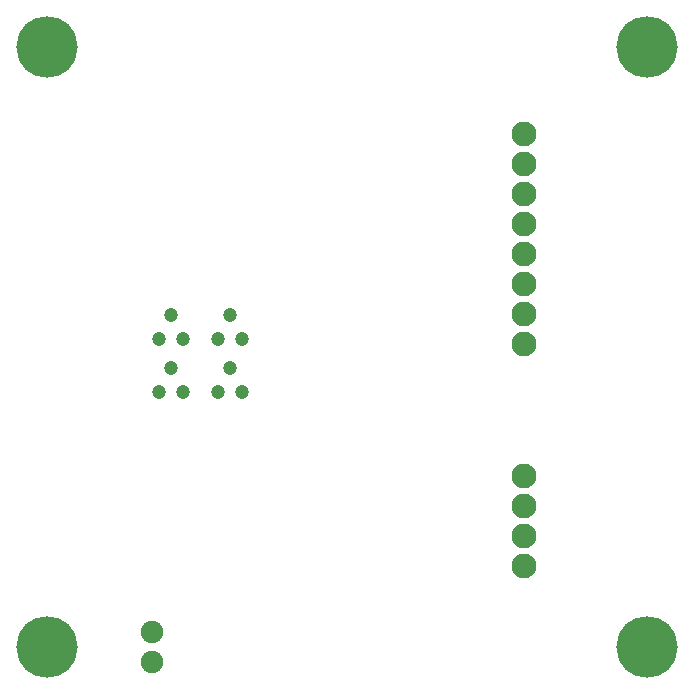
<source format=gbs>
G04 Layer: BottomSolderMaskLayer*
G04 EasyEDA v6.5.32, 2023-07-25 14:04:49*
G04 8272ca0991b848eeaebf2c144ff7441f,5a6b42c53f6a479593ecc07194224c93,10*
G04 Gerber Generator version 0.2*
G04 Scale: 100 percent, Rotated: No, Reflected: No *
G04 Dimensions in millimeters *
G04 leading zeros omitted , absolute positions ,4 integer and 5 decimal *
%FSLAX45Y45*%
%MOMM*%

%ADD10C,5.2032*%
%ADD11C,2.1016*%
%ADD12C,1.2032*%
%ADD13C,1.9016*%

%LPD*%
D10*
G01*
X381000Y5461000D03*
G01*
X5461000Y5461000D03*
G01*
X5461000Y381000D03*
G01*
X381000Y381000D03*
D11*
G01*
X4419600Y2946400D03*
G01*
X4419600Y3200400D03*
G01*
X4419600Y3454400D03*
G01*
X4419600Y3708400D03*
G01*
X4419600Y3962400D03*
G01*
X4419600Y4216400D03*
G01*
X4419600Y4470400D03*
G01*
X4419600Y4724400D03*
G01*
X4419600Y1574800D03*
G01*
X4419600Y1320800D03*
G01*
X4419600Y1066800D03*
G01*
X4419600Y1828800D03*
D12*
G01*
X1328801Y2989986D03*
G01*
X1528800Y2989986D03*
G01*
X1428800Y3189986D03*
G01*
X1828800Y2989986D03*
G01*
X1928799Y3189986D03*
G01*
X2028799Y2989986D03*
G01*
X1328801Y2540000D03*
G01*
X1428800Y2739999D03*
G01*
X1528800Y2540000D03*
G01*
X2028799Y2540000D03*
G01*
X1928799Y2739999D03*
G01*
X1828800Y2540000D03*
D13*
G01*
X1270000Y508000D03*
G01*
X1270000Y254000D03*
M02*

</source>
